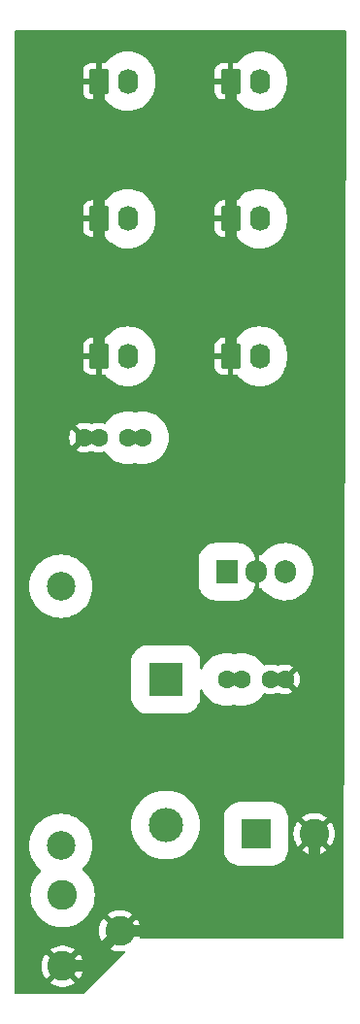
<source format=gbl>
G04 #@! TF.GenerationSoftware,KiCad,Pcbnew,7.0.5*
G04 #@! TF.CreationDate,2024-04-01T13:17:15+02:00*
G04 #@! TF.ProjectId,power,706f7765-722e-46b6-9963-61645f706362,rev?*
G04 #@! TF.SameCoordinates,Original*
G04 #@! TF.FileFunction,Copper,L2,Bot*
G04 #@! TF.FilePolarity,Positive*
%FSLAX46Y46*%
G04 Gerber Fmt 4.6, Leading zero omitted, Abs format (unit mm)*
G04 Created by KiCad (PCBNEW 7.0.5) date 2024-04-01 13:17:15*
%MOMM*%
%LPD*%
G01*
G04 APERTURE LIST*
G04 Aperture macros list*
%AMRoundRect*
0 Rectangle with rounded corners*
0 $1 Rounding radius*
0 $2 $3 $4 $5 $6 $7 $8 $9 X,Y pos of 4 corners*
0 Add a 4 corners polygon primitive as box body*
4,1,4,$2,$3,$4,$5,$6,$7,$8,$9,$2,$3,0*
0 Add four circle primitives for the rounded corners*
1,1,$1+$1,$2,$3*
1,1,$1+$1,$4,$5*
1,1,$1+$1,$6,$7*
1,1,$1+$1,$8,$9*
0 Add four rect primitives between the rounded corners*
20,1,$1+$1,$2,$3,$4,$5,0*
20,1,$1+$1,$4,$5,$6,$7,0*
20,1,$1+$1,$6,$7,$8,$9,0*
20,1,$1+$1,$8,$9,$2,$3,0*%
G04 Aperture macros list end*
G04 #@! TA.AperFunction,ComponentPad*
%ADD10C,2.500000*%
G04 #@! TD*
G04 #@! TA.AperFunction,ComponentPad*
%ADD11R,3.000000X3.000000*%
G04 #@! TD*
G04 #@! TA.AperFunction,ComponentPad*
%ADD12O,3.000000X3.000000*%
G04 #@! TD*
G04 #@! TA.AperFunction,ComponentPad*
%ADD13C,2.600000*%
G04 #@! TD*
G04 #@! TA.AperFunction,ComponentPad*
%ADD14RoundRect,0.250000X-0.620000X-0.845000X0.620000X-0.845000X0.620000X0.845000X-0.620000X0.845000X0*%
G04 #@! TD*
G04 #@! TA.AperFunction,ComponentPad*
%ADD15O,1.740000X2.190000*%
G04 #@! TD*
G04 #@! TA.AperFunction,ComponentPad*
%ADD16R,1.905000X2.000000*%
G04 #@! TD*
G04 #@! TA.AperFunction,ComponentPad*
%ADD17O,1.905000X2.000000*%
G04 #@! TD*
G04 #@! TA.AperFunction,ComponentPad*
%ADD18C,1.600000*%
G04 #@! TD*
G04 #@! TA.AperFunction,ComponentPad*
%ADD19R,2.600000X2.600000*%
G04 #@! TD*
G04 #@! TA.AperFunction,Conductor*
%ADD20C,1.000000*%
G04 #@! TD*
G04 APERTURE END LIST*
D10*
X44704000Y-121666000D03*
X44704000Y-99066000D03*
D11*
X53848000Y-107188000D03*
D12*
X53848000Y-119888000D03*
D13*
X44850000Y-126009000D03*
X49850000Y-129109000D03*
X44850000Y-132209000D03*
D14*
X59500000Y-79000000D03*
D15*
X62040000Y-79000000D03*
D14*
X48000000Y-79000000D03*
D15*
X50540000Y-79000000D03*
D16*
X59182000Y-97790000D03*
D17*
X61722000Y-97790000D03*
X64262000Y-97790000D03*
D14*
X48000000Y-55000000D03*
D15*
X50540000Y-55000000D03*
D18*
X51816000Y-86106000D03*
X50546000Y-86106000D03*
X48006000Y-86106000D03*
X46736000Y-86106000D03*
X59182000Y-107188000D03*
X60452000Y-107188000D03*
X62992000Y-107188000D03*
X64262000Y-107188000D03*
D19*
X61722000Y-120650000D03*
D13*
X66802000Y-120650000D03*
D14*
X48000000Y-67000000D03*
D15*
X50540000Y-67000000D03*
D14*
X59500000Y-55000000D03*
D15*
X62040000Y-55000000D03*
D14*
X59500000Y-67000000D03*
D15*
X62040000Y-67000000D03*
D20*
X60883000Y-129109000D02*
X66802000Y-123190000D01*
X66802000Y-123190000D02*
X66802000Y-120650000D01*
X49850000Y-129109000D02*
X60883000Y-129109000D01*
X46750000Y-132209000D02*
X49850000Y-129109000D01*
X44850000Y-132209000D02*
X46750000Y-132209000D01*
X48000000Y-67000000D02*
X48000000Y-55000000D01*
X48000000Y-79000000D02*
X48000000Y-67000000D01*
X59500000Y-67000000D02*
X59500000Y-55000000D01*
X59500000Y-79000000D02*
X59500000Y-67000000D01*
X59436000Y-79064000D02*
X59500000Y-79000000D01*
G04 #@! TA.AperFunction,Conductor*
G36*
X69538641Y-50565685D02*
G01*
X69584396Y-50618489D01*
X69595601Y-50670397D01*
X69342396Y-129670397D01*
X69322497Y-129737373D01*
X69269547Y-129782959D01*
X69218397Y-129794000D01*
X51695435Y-129794000D01*
X51628396Y-129774315D01*
X51582641Y-129721511D01*
X51572697Y-129652353D01*
X51574544Y-129642408D01*
X51634886Y-129378028D01*
X51634886Y-129378026D01*
X51655047Y-129109004D01*
X51655047Y-129108995D01*
X51634886Y-128839973D01*
X51634886Y-128839971D01*
X51574857Y-128576966D01*
X51574851Y-128576947D01*
X51476290Y-128325818D01*
X51476291Y-128325818D01*
X51341397Y-128092177D01*
X51287704Y-128024847D01*
X50566661Y-128745890D01*
X50479423Y-128607052D01*
X50351948Y-128479577D01*
X50213107Y-128392338D01*
X50935150Y-127670296D01*
X50752517Y-127545779D01*
X50752516Y-127545778D01*
X50509460Y-127428730D01*
X50509462Y-127428730D01*
X50251662Y-127349209D01*
X50251656Y-127349207D01*
X49984898Y-127309000D01*
X49715101Y-127309000D01*
X49448343Y-127349207D01*
X49448337Y-127349209D01*
X49190538Y-127428730D01*
X48947485Y-127545778D01*
X48947476Y-127545783D01*
X48764848Y-127670296D01*
X49486890Y-128392339D01*
X49348052Y-128479577D01*
X49220577Y-128607052D01*
X49133338Y-128745891D01*
X48412295Y-128024848D01*
X48358600Y-128092180D01*
X48223709Y-128325818D01*
X48125148Y-128576947D01*
X48125142Y-128576966D01*
X48065113Y-128839971D01*
X48065113Y-128839973D01*
X48044953Y-129108995D01*
X48044953Y-129109004D01*
X48065113Y-129378026D01*
X48065113Y-129378028D01*
X48125142Y-129641033D01*
X48125148Y-129641052D01*
X48223709Y-129892181D01*
X48223708Y-129892181D01*
X48358602Y-130125822D01*
X48412294Y-130193151D01*
X48412295Y-130193151D01*
X49133338Y-129472108D01*
X49220577Y-129610948D01*
X49348052Y-129738423D01*
X49486890Y-129825661D01*
X48764848Y-130547702D01*
X48947483Y-130672220D01*
X48947485Y-130672221D01*
X49190539Y-130789269D01*
X49190537Y-130789269D01*
X49448337Y-130868790D01*
X49448343Y-130868792D01*
X49715101Y-130908999D01*
X49715110Y-130909000D01*
X49984890Y-130909000D01*
X49984898Y-130908999D01*
X50156389Y-130883151D01*
X50225613Y-130892624D01*
X50278727Y-130938019D01*
X50298867Y-131004923D01*
X50279639Y-131072094D01*
X50262551Y-131093447D01*
X46772319Y-134583681D01*
X46710996Y-134617166D01*
X46684638Y-134620000D01*
X40764000Y-134620000D01*
X40696961Y-134600315D01*
X40651206Y-134547511D01*
X40640000Y-134496000D01*
X40640000Y-132209004D01*
X43044953Y-132209004D01*
X43065113Y-132478026D01*
X43065113Y-132478028D01*
X43125142Y-132741033D01*
X43125148Y-132741052D01*
X43223709Y-132992181D01*
X43223708Y-132992181D01*
X43358602Y-133225822D01*
X43412294Y-133293151D01*
X43412295Y-133293151D01*
X44133338Y-132572108D01*
X44220577Y-132710948D01*
X44348052Y-132838423D01*
X44486890Y-132925661D01*
X43764848Y-133647702D01*
X43947483Y-133772220D01*
X43947485Y-133772221D01*
X44190539Y-133889269D01*
X44190537Y-133889269D01*
X44448337Y-133968790D01*
X44448343Y-133968792D01*
X44715101Y-134008999D01*
X44715110Y-134009000D01*
X44984890Y-134009000D01*
X44984898Y-134008999D01*
X45251656Y-133968792D01*
X45251662Y-133968790D01*
X45509461Y-133889269D01*
X45752521Y-133772218D01*
X45935150Y-133647702D01*
X45213108Y-132925661D01*
X45351948Y-132838423D01*
X45479423Y-132710948D01*
X45566661Y-132572108D01*
X46287703Y-133293151D01*
X46287704Y-133293150D01*
X46341393Y-133225828D01*
X46341400Y-133225817D01*
X46476290Y-132992181D01*
X46574851Y-132741052D01*
X46574857Y-132741033D01*
X46634886Y-132478028D01*
X46634886Y-132478026D01*
X46655047Y-132209004D01*
X46655047Y-132208995D01*
X46634886Y-131939973D01*
X46634886Y-131939971D01*
X46574857Y-131676966D01*
X46574851Y-131676947D01*
X46476290Y-131425818D01*
X46476291Y-131425818D01*
X46341397Y-131192177D01*
X46287704Y-131124847D01*
X45566660Y-131845890D01*
X45479423Y-131707052D01*
X45351948Y-131579577D01*
X45213108Y-131492338D01*
X45935150Y-130770296D01*
X45752517Y-130645779D01*
X45752516Y-130645778D01*
X45509460Y-130528730D01*
X45509462Y-130528730D01*
X45251662Y-130449209D01*
X45251656Y-130449207D01*
X44984898Y-130409000D01*
X44715101Y-130409000D01*
X44448343Y-130449207D01*
X44448337Y-130449209D01*
X44190538Y-130528730D01*
X43947485Y-130645778D01*
X43947476Y-130645783D01*
X43764848Y-130770296D01*
X44486891Y-131492338D01*
X44348052Y-131579577D01*
X44220577Y-131707052D01*
X44133338Y-131845891D01*
X43412295Y-131124848D01*
X43358600Y-131192180D01*
X43223709Y-131425818D01*
X43125148Y-131676947D01*
X43125142Y-131676966D01*
X43065113Y-131939971D01*
X43065113Y-131939973D01*
X43044953Y-132208995D01*
X43044953Y-132209004D01*
X40640000Y-132209004D01*
X40640000Y-121666000D01*
X41948473Y-121666000D01*
X41968563Y-121998136D01*
X41968563Y-121998141D01*
X41968564Y-121998142D01*
X42028544Y-122325441D01*
X42028545Y-122325445D01*
X42028546Y-122325449D01*
X42127530Y-122643104D01*
X42127534Y-122643116D01*
X42127537Y-122643123D01*
X42264102Y-122946557D01*
X42402422Y-123175366D01*
X42436251Y-123231326D01*
X42641460Y-123493255D01*
X42876734Y-123728529D01*
X42876740Y-123728534D01*
X42876748Y-123728542D01*
X42915430Y-123758847D01*
X42929200Y-123769635D01*
X42969833Y-123826475D01*
X42973285Y-123896260D01*
X42938461Y-123956832D01*
X42932439Y-123962231D01*
X42924922Y-123968538D01*
X42790116Y-124111425D01*
X42701057Y-124205823D01*
X42701054Y-124205826D01*
X42701052Y-124205829D01*
X42701045Y-124205837D01*
X42506251Y-124467490D01*
X42343143Y-124750003D01*
X42343137Y-124750016D01*
X42213931Y-125049547D01*
X42120369Y-125362067D01*
X42120367Y-125362075D01*
X42063723Y-125683319D01*
X42063722Y-125683330D01*
X42044754Y-126008996D01*
X42044754Y-126009003D01*
X42063722Y-126334669D01*
X42063723Y-126334680D01*
X42120367Y-126655924D01*
X42120369Y-126655932D01*
X42213931Y-126968452D01*
X42343137Y-127267983D01*
X42343143Y-127267996D01*
X42506251Y-127550509D01*
X42701045Y-127812162D01*
X42701050Y-127812168D01*
X42701057Y-127812177D01*
X42924923Y-128049462D01*
X42924929Y-128049467D01*
X42924930Y-128049468D01*
X42924931Y-128049469D01*
X43174815Y-128259147D01*
X43174818Y-128259149D01*
X43174823Y-128259153D01*
X43447377Y-128438414D01*
X43738899Y-128584822D01*
X44045446Y-128696396D01*
X44045452Y-128696397D01*
X44045454Y-128696398D01*
X44362858Y-128771625D01*
X44362865Y-128771626D01*
X44362874Y-128771628D01*
X44686889Y-128809500D01*
X44686896Y-128809500D01*
X45013104Y-128809500D01*
X45013111Y-128809500D01*
X45337126Y-128771628D01*
X45337135Y-128771625D01*
X45337141Y-128771625D01*
X45593176Y-128710942D01*
X45654554Y-128696396D01*
X45961101Y-128584822D01*
X46252623Y-128438414D01*
X46525177Y-128259153D01*
X46775077Y-128049462D01*
X46998943Y-127812177D01*
X47193749Y-127550508D01*
X47356859Y-127267992D01*
X47486069Y-126968451D01*
X47579630Y-126655934D01*
X47636278Y-126334669D01*
X47655246Y-126009000D01*
X47636278Y-125683331D01*
X47579630Y-125362066D01*
X47486069Y-125049549D01*
X47356859Y-124750008D01*
X47193749Y-124467492D01*
X47193748Y-124467490D01*
X46998954Y-124205837D01*
X46998947Y-124205829D01*
X46998943Y-124205823D01*
X46775077Y-123968538D01*
X46775069Y-123968531D01*
X46775068Y-123968530D01*
X46615664Y-123834774D01*
X46576962Y-123776603D01*
X46575854Y-123706742D01*
X46607686Y-123652107D01*
X46766542Y-123493252D01*
X46971754Y-123231318D01*
X47143898Y-122946557D01*
X47280463Y-122643123D01*
X47379456Y-122325441D01*
X47439436Y-121998142D01*
X47459527Y-121666000D01*
X47439436Y-121333858D01*
X47379456Y-121006559D01*
X47280463Y-120688877D01*
X47143898Y-120385443D01*
X46971754Y-120100682D01*
X46971751Y-120100678D01*
X46971748Y-120100673D01*
X46805131Y-119888003D01*
X50842415Y-119888003D01*
X50862738Y-120236927D01*
X50862739Y-120236938D01*
X50923428Y-120581127D01*
X50923430Y-120581134D01*
X51023674Y-120915972D01*
X51162107Y-121236895D01*
X51162113Y-121236908D01*
X51336870Y-121539597D01*
X51545584Y-121819949D01*
X51545589Y-121819955D01*
X51669463Y-121951253D01*
X51785442Y-122074183D01*
X51951138Y-122213218D01*
X52053186Y-122298847D01*
X52053194Y-122298853D01*
X52345203Y-122490911D01*
X52345207Y-122490913D01*
X52657549Y-122647777D01*
X52985989Y-122767319D01*
X53326086Y-122847923D01*
X53673241Y-122888500D01*
X53673248Y-122888500D01*
X54022752Y-122888500D01*
X54022759Y-122888500D01*
X54369914Y-122847923D01*
X54710011Y-122767319D01*
X55038451Y-122647777D01*
X55350793Y-122490913D01*
X55642811Y-122298849D01*
X55910558Y-122074183D01*
X55949554Y-122032850D01*
X58921500Y-122032850D01*
X58927918Y-122136235D01*
X58927919Y-122136238D01*
X58978950Y-122379615D01*
X58978953Y-122379625D01*
X59069342Y-122611269D01*
X59069344Y-122611273D01*
X59162327Y-122767319D01*
X59196639Y-122824902D01*
X59357348Y-123014649D01*
X59357350Y-123014651D01*
X59547097Y-123175360D01*
X59547103Y-123175363D01*
X59547106Y-123175366D01*
X59760727Y-123302656D01*
X59760730Y-123302657D01*
X59992374Y-123393046D01*
X59992381Y-123393048D01*
X59992386Y-123393050D01*
X60235763Y-123444081D01*
X60339158Y-123450500D01*
X60339169Y-123450500D01*
X63104831Y-123450500D01*
X63104842Y-123450500D01*
X63208237Y-123444081D01*
X63451614Y-123393050D01*
X63451621Y-123393046D01*
X63451625Y-123393046D01*
X63530980Y-123362080D01*
X63683273Y-123302656D01*
X63896894Y-123175366D01*
X63896898Y-123175361D01*
X63896902Y-123175360D01*
X64086649Y-123014651D01*
X64086651Y-123014649D01*
X64247360Y-122824902D01*
X64247361Y-122824898D01*
X64247366Y-122824894D01*
X64374656Y-122611273D01*
X64437586Y-122449999D01*
X64465046Y-122379625D01*
X64465046Y-122379621D01*
X64465050Y-122379614D01*
X64516081Y-122136237D01*
X64522500Y-122032842D01*
X64522500Y-120650004D01*
X64996953Y-120650004D01*
X65017113Y-120919026D01*
X65017113Y-120919028D01*
X65077142Y-121182033D01*
X65077148Y-121182052D01*
X65175709Y-121433181D01*
X65175708Y-121433181D01*
X65310602Y-121666822D01*
X65364294Y-121734151D01*
X66199452Y-120898993D01*
X66209188Y-120928956D01*
X66297186Y-121067619D01*
X66416903Y-121180040D01*
X66551510Y-121254041D01*
X65716848Y-122088702D01*
X65899483Y-122213220D01*
X65899485Y-122213221D01*
X66142539Y-122330269D01*
X66142537Y-122330269D01*
X66400337Y-122409790D01*
X66400343Y-122409792D01*
X66667101Y-122449999D01*
X66667110Y-122450000D01*
X66936890Y-122450000D01*
X66936898Y-122449999D01*
X67203656Y-122409792D01*
X67203662Y-122409790D01*
X67461461Y-122330269D01*
X67704521Y-122213218D01*
X67887150Y-122088702D01*
X67049534Y-121251086D01*
X67117629Y-121224126D01*
X67250492Y-121127595D01*
X67355175Y-121001055D01*
X67403631Y-120898079D01*
X68239703Y-121734151D01*
X68239704Y-121734150D01*
X68293393Y-121666828D01*
X68293400Y-121666817D01*
X68428290Y-121433181D01*
X68526851Y-121182052D01*
X68526857Y-121182033D01*
X68586886Y-120919028D01*
X68586886Y-120919026D01*
X68607047Y-120650004D01*
X68607047Y-120649995D01*
X68586886Y-120380973D01*
X68586886Y-120380971D01*
X68526857Y-120117966D01*
X68526851Y-120117947D01*
X68428290Y-119866818D01*
X68428291Y-119866818D01*
X68293397Y-119633177D01*
X68239704Y-119565847D01*
X67404546Y-120401004D01*
X67394812Y-120371044D01*
X67306814Y-120232381D01*
X67187097Y-120119960D01*
X67052488Y-120045957D01*
X67887150Y-119211296D01*
X67704517Y-119086779D01*
X67704516Y-119086778D01*
X67461460Y-118969730D01*
X67461462Y-118969730D01*
X67203662Y-118890209D01*
X67203656Y-118890207D01*
X66936898Y-118850000D01*
X66667101Y-118850000D01*
X66400343Y-118890207D01*
X66400337Y-118890209D01*
X66142538Y-118969730D01*
X65899485Y-119086778D01*
X65899476Y-119086783D01*
X65716848Y-119211296D01*
X66554464Y-120048913D01*
X66486371Y-120075874D01*
X66353508Y-120172405D01*
X66248825Y-120298945D01*
X66200368Y-120401921D01*
X65364295Y-119565848D01*
X65310600Y-119633180D01*
X65175709Y-119866818D01*
X65077148Y-120117947D01*
X65077142Y-120117966D01*
X65017113Y-120380971D01*
X65017113Y-120380973D01*
X64996953Y-120649995D01*
X64996953Y-120650004D01*
X64522500Y-120650004D01*
X64522500Y-119267158D01*
X64516081Y-119163763D01*
X64465050Y-118920386D01*
X64465048Y-118920381D01*
X64465046Y-118920374D01*
X64374657Y-118688730D01*
X64374656Y-118688727D01*
X64247366Y-118475106D01*
X64247363Y-118475103D01*
X64247360Y-118475097D01*
X64086651Y-118285350D01*
X64086649Y-118285348D01*
X63896902Y-118124639D01*
X63896894Y-118124634D01*
X63683273Y-117997344D01*
X63683271Y-117997343D01*
X63683269Y-117997342D01*
X63451625Y-117906953D01*
X63451615Y-117906950D01*
X63208238Y-117855919D01*
X63208235Y-117855918D01*
X63104850Y-117849500D01*
X63104842Y-117849500D01*
X60339158Y-117849500D01*
X60339149Y-117849500D01*
X60235764Y-117855918D01*
X60235761Y-117855919D01*
X59992384Y-117906950D01*
X59992374Y-117906953D01*
X59760730Y-117997342D01*
X59547097Y-118124639D01*
X59357350Y-118285348D01*
X59357348Y-118285350D01*
X59196639Y-118475097D01*
X59069342Y-118688730D01*
X58978953Y-118920374D01*
X58978950Y-118920384D01*
X58927919Y-119163761D01*
X58927918Y-119163764D01*
X58921500Y-119267149D01*
X58921500Y-122032850D01*
X55949554Y-122032850D01*
X56150412Y-121819953D01*
X56359130Y-121539596D01*
X56533889Y-121236904D01*
X56672326Y-120915971D01*
X56772569Y-120581136D01*
X56782074Y-120527234D01*
X56833260Y-120236938D01*
X56833259Y-120236938D01*
X56833262Y-120236927D01*
X56853585Y-119888000D01*
X56833262Y-119539073D01*
X56833260Y-119539061D01*
X56772571Y-119194872D01*
X56772569Y-119194865D01*
X56741034Y-119089530D01*
X56672326Y-118860029D01*
X56533889Y-118539096D01*
X56359130Y-118236404D01*
X56359129Y-118236402D01*
X56150415Y-117956050D01*
X56150410Y-117956044D01*
X56034433Y-117833117D01*
X55910558Y-117701817D01*
X55762488Y-117577572D01*
X55642813Y-117477152D01*
X55642805Y-117477146D01*
X55350796Y-117285088D01*
X55038458Y-117128226D01*
X55038452Y-117128223D01*
X54710012Y-117008681D01*
X54710009Y-117008680D01*
X54369915Y-116928077D01*
X54326519Y-116923004D01*
X54022759Y-116887500D01*
X53673241Y-116887500D01*
X53369480Y-116923004D01*
X53326085Y-116928077D01*
X53326083Y-116928077D01*
X52985990Y-117008680D01*
X52985987Y-117008681D01*
X52657547Y-117128223D01*
X52657541Y-117128226D01*
X52345203Y-117285088D01*
X52053194Y-117477146D01*
X52053186Y-117477152D01*
X51785442Y-117701817D01*
X51785440Y-117701819D01*
X51545589Y-117956044D01*
X51545584Y-117956050D01*
X51336870Y-118236402D01*
X51162113Y-118539091D01*
X51162107Y-118539104D01*
X51023674Y-118860027D01*
X50923430Y-119194865D01*
X50923428Y-119194872D01*
X50862739Y-119539061D01*
X50862738Y-119539072D01*
X50842415Y-119887996D01*
X50842415Y-119888003D01*
X46805131Y-119888003D01*
X46766539Y-119838744D01*
X46531255Y-119603460D01*
X46269326Y-119398251D01*
X46269318Y-119398246D01*
X45984557Y-119226102D01*
X45681123Y-119089537D01*
X45681116Y-119089534D01*
X45681104Y-119089530D01*
X45363449Y-118990546D01*
X45363445Y-118990545D01*
X45363441Y-118990544D01*
X45036142Y-118930564D01*
X45036141Y-118930563D01*
X45036136Y-118930563D01*
X44704000Y-118910473D01*
X44371863Y-118930563D01*
X44371857Y-118930564D01*
X44371858Y-118930564D01*
X44044559Y-118990544D01*
X44044556Y-118990544D01*
X44044550Y-118990546D01*
X43726895Y-119089530D01*
X43726879Y-119089536D01*
X43726877Y-119089537D01*
X43561959Y-119163761D01*
X43423447Y-119226100D01*
X43423445Y-119226101D01*
X43138673Y-119398251D01*
X42876744Y-119603460D01*
X42641460Y-119838744D01*
X42436251Y-120100673D01*
X42436246Y-120100682D01*
X42264102Y-120385443D01*
X42145033Y-120650004D01*
X42127536Y-120688880D01*
X42127530Y-120688895D01*
X42028546Y-121006550D01*
X42028544Y-121006556D01*
X42028544Y-121006559D01*
X42006363Y-121127595D01*
X41968563Y-121333863D01*
X41948473Y-121666000D01*
X40640000Y-121666000D01*
X40640000Y-108770850D01*
X50847500Y-108770850D01*
X50853918Y-108874235D01*
X50853919Y-108874238D01*
X50904950Y-109117615D01*
X50904953Y-109117625D01*
X50983120Y-109317946D01*
X50995344Y-109349273D01*
X51069494Y-109473713D01*
X51122639Y-109562902D01*
X51283348Y-109752649D01*
X51283350Y-109752651D01*
X51473097Y-109913360D01*
X51473103Y-109913363D01*
X51473106Y-109913366D01*
X51686727Y-110040656D01*
X51686730Y-110040657D01*
X51918374Y-110131046D01*
X51918381Y-110131048D01*
X51918386Y-110131050D01*
X52161763Y-110182081D01*
X52265158Y-110188500D01*
X52265169Y-110188500D01*
X55430831Y-110188500D01*
X55430842Y-110188500D01*
X55534237Y-110182081D01*
X55777614Y-110131050D01*
X55777621Y-110131046D01*
X55777625Y-110131046D01*
X55856980Y-110100080D01*
X56009273Y-110040656D01*
X56222894Y-109913366D01*
X56222898Y-109913361D01*
X56222902Y-109913360D01*
X56412649Y-109752651D01*
X56412651Y-109752649D01*
X56573360Y-109562902D01*
X56573361Y-109562898D01*
X56573366Y-109562894D01*
X56700656Y-109349273D01*
X56791050Y-109117614D01*
X56842081Y-108874237D01*
X56848500Y-108770842D01*
X56848500Y-108189290D01*
X56868185Y-108122251D01*
X56920989Y-108076496D01*
X56990147Y-108066552D01*
X57053703Y-108095577D01*
X57083712Y-108134446D01*
X57185431Y-108340713D01*
X57185435Y-108340720D01*
X57352973Y-108591459D01*
X57551810Y-108818189D01*
X57778540Y-109017026D01*
X58029279Y-109184564D01*
X58029286Y-109184568D01*
X58299731Y-109317937D01*
X58299736Y-109317939D01*
X58299748Y-109317945D01*
X58585309Y-109414880D01*
X58785251Y-109454651D01*
X58881069Y-109473711D01*
X58881070Y-109473711D01*
X58881080Y-109473713D01*
X59182000Y-109493436D01*
X59482920Y-109473713D01*
X59778691Y-109414880D01*
X59778709Y-109414873D01*
X59782621Y-109413827D01*
X59782980Y-109415169D01*
X59846921Y-109412489D01*
X59852490Y-109414124D01*
X59855294Y-109414874D01*
X59855309Y-109414880D01*
X60094529Y-109462464D01*
X60151069Y-109473711D01*
X60151070Y-109473711D01*
X60151080Y-109473713D01*
X60452000Y-109493436D01*
X60752920Y-109473713D01*
X61048691Y-109414880D01*
X61334252Y-109317945D01*
X61604718Y-109184566D01*
X61855461Y-109017025D01*
X62082189Y-108818189D01*
X62281025Y-108591461D01*
X62375069Y-108450713D01*
X62428677Y-108405911D01*
X62498001Y-108397202D01*
X62530576Y-108407225D01*
X62545678Y-108414267D01*
X62545682Y-108414269D01*
X62765389Y-108473139D01*
X62765400Y-108473141D01*
X62991998Y-108492966D01*
X62992002Y-108492966D01*
X63218599Y-108473141D01*
X63218610Y-108473139D01*
X63438317Y-108414269D01*
X63438321Y-108414267D01*
X63574593Y-108350722D01*
X63643671Y-108340230D01*
X63679404Y-108350722D01*
X63815673Y-108414266D01*
X63815682Y-108414269D01*
X64035389Y-108473139D01*
X64035400Y-108473141D01*
X64261998Y-108492966D01*
X64262002Y-108492966D01*
X64488599Y-108473141D01*
X64488610Y-108473139D01*
X64708317Y-108414269D01*
X64708331Y-108414264D01*
X64914478Y-108318136D01*
X64987472Y-108267025D01*
X64306400Y-107585953D01*
X64387148Y-107573165D01*
X64500045Y-107515641D01*
X64589641Y-107426045D01*
X64647165Y-107313148D01*
X64659953Y-107232400D01*
X65341025Y-107913472D01*
X65392136Y-107840478D01*
X65488264Y-107634331D01*
X65488269Y-107634317D01*
X65547139Y-107414610D01*
X65547141Y-107414599D01*
X65566966Y-107188002D01*
X65566966Y-107187997D01*
X65547141Y-106961400D01*
X65547139Y-106961389D01*
X65488269Y-106741682D01*
X65488265Y-106741673D01*
X65392133Y-106535516D01*
X65392131Y-106535512D01*
X65341026Y-106462526D01*
X65341025Y-106462526D01*
X64659953Y-107143598D01*
X64647165Y-107062852D01*
X64589641Y-106949955D01*
X64500045Y-106860359D01*
X64387148Y-106802835D01*
X64306400Y-106790046D01*
X64987472Y-106108974D01*
X64987471Y-106108973D01*
X64914483Y-106057866D01*
X64914481Y-106057865D01*
X64708326Y-105961734D01*
X64708317Y-105961730D01*
X64488610Y-105902860D01*
X64488599Y-105902858D01*
X64262002Y-105883034D01*
X64261998Y-105883034D01*
X64035400Y-105902858D01*
X64035389Y-105902860D01*
X63815682Y-105961730D01*
X63815677Y-105961732D01*
X63679403Y-106025277D01*
X63610325Y-106035768D01*
X63574595Y-106025276D01*
X63438331Y-105961735D01*
X63438317Y-105961730D01*
X63218610Y-105902860D01*
X63218599Y-105902858D01*
X62992002Y-105883034D01*
X62991998Y-105883034D01*
X62765400Y-105902858D01*
X62765389Y-105902860D01*
X62545677Y-105961732D01*
X62530567Y-105968777D01*
X62461489Y-105979265D01*
X62397707Y-105950742D01*
X62375067Y-105925283D01*
X62281025Y-105784539D01*
X62237461Y-105734864D01*
X62082189Y-105557810D01*
X61855459Y-105358973D01*
X61604720Y-105191435D01*
X61604713Y-105191431D01*
X61334268Y-105058062D01*
X61334247Y-105058053D01*
X61048698Y-104961122D01*
X61048692Y-104961120D01*
X61048691Y-104961120D01*
X61048689Y-104961119D01*
X61048683Y-104961118D01*
X60752930Y-104902288D01*
X60752921Y-104902287D01*
X60752920Y-104902287D01*
X60452000Y-104882564D01*
X60151080Y-104902287D01*
X60151079Y-104902287D01*
X60151069Y-104902288D01*
X59855319Y-104961117D01*
X59851389Y-104962171D01*
X59851032Y-104960841D01*
X59787030Y-104963499D01*
X59781451Y-104961860D01*
X59778680Y-104961117D01*
X59482930Y-104902288D01*
X59482921Y-104902287D01*
X59482920Y-104902287D01*
X59182000Y-104882564D01*
X58881080Y-104902287D01*
X58881079Y-104902287D01*
X58881069Y-104902288D01*
X58585316Y-104961118D01*
X58585301Y-104961122D01*
X58299752Y-105058053D01*
X58299731Y-105058062D01*
X58029286Y-105191431D01*
X58029279Y-105191435D01*
X57778540Y-105358973D01*
X57551810Y-105557810D01*
X57352973Y-105784540D01*
X57185435Y-106035279D01*
X57185431Y-106035286D01*
X57083712Y-106241553D01*
X57036407Y-106292972D01*
X56968811Y-106310654D01*
X56902387Y-106288984D01*
X56858223Y-106234842D01*
X56848500Y-106186709D01*
X56848500Y-105605168D01*
X56848500Y-105605158D01*
X56842081Y-105501763D01*
X56791050Y-105258386D01*
X56791048Y-105258381D01*
X56791046Y-105258374D01*
X56700657Y-105026730D01*
X56700656Y-105026727D01*
X56573366Y-104813106D01*
X56573363Y-104813103D01*
X56573360Y-104813097D01*
X56412651Y-104623350D01*
X56412649Y-104623348D01*
X56222902Y-104462639D01*
X56222894Y-104462634D01*
X56009273Y-104335344D01*
X56009271Y-104335343D01*
X56009269Y-104335342D01*
X55777625Y-104244953D01*
X55777615Y-104244950D01*
X55534238Y-104193919D01*
X55534235Y-104193918D01*
X55430850Y-104187500D01*
X55430842Y-104187500D01*
X52265158Y-104187500D01*
X52265149Y-104187500D01*
X52161764Y-104193918D01*
X52161761Y-104193919D01*
X51918384Y-104244950D01*
X51918374Y-104244953D01*
X51686730Y-104335342D01*
X51473097Y-104462639D01*
X51283350Y-104623348D01*
X51283348Y-104623350D01*
X51122639Y-104813097D01*
X50995342Y-105026730D01*
X50904953Y-105258374D01*
X50904950Y-105258384D01*
X50853919Y-105501761D01*
X50853918Y-105501764D01*
X50847500Y-105605149D01*
X50847500Y-108770850D01*
X40640000Y-108770850D01*
X40640000Y-99066000D01*
X41948473Y-99066000D01*
X41968563Y-99398136D01*
X41968563Y-99398141D01*
X41968564Y-99398142D01*
X42028544Y-99725441D01*
X42028545Y-99725445D01*
X42028546Y-99725449D01*
X42127530Y-100043104D01*
X42127534Y-100043116D01*
X42127537Y-100043123D01*
X42264102Y-100346557D01*
X42436246Y-100631318D01*
X42436251Y-100631326D01*
X42641460Y-100893255D01*
X42876744Y-101128539D01*
X43138673Y-101333748D01*
X43138678Y-101333751D01*
X43138682Y-101333754D01*
X43423443Y-101505898D01*
X43726877Y-101642463D01*
X43726890Y-101642467D01*
X43726895Y-101642469D01*
X43938664Y-101708458D01*
X44044559Y-101741456D01*
X44371858Y-101801436D01*
X44704000Y-101821527D01*
X45036142Y-101801436D01*
X45363441Y-101741456D01*
X45681123Y-101642463D01*
X45984557Y-101505898D01*
X46269318Y-101333754D01*
X46531252Y-101128542D01*
X46766542Y-100893252D01*
X46971754Y-100631318D01*
X47143898Y-100346557D01*
X47280463Y-100043123D01*
X47379456Y-99725441D01*
X47439436Y-99398142D01*
X47459527Y-99066000D01*
X47447844Y-98872850D01*
X56729000Y-98872850D01*
X56735418Y-98976235D01*
X56735419Y-98976238D01*
X56786450Y-99219615D01*
X56786453Y-99219625D01*
X56876842Y-99451269D01*
X56876844Y-99451273D01*
X56934198Y-99547526D01*
X57004139Y-99664902D01*
X57164848Y-99854649D01*
X57164850Y-99854651D01*
X57354597Y-100015360D01*
X57354603Y-100015363D01*
X57354606Y-100015366D01*
X57568227Y-100142656D01*
X57614558Y-100160734D01*
X57799874Y-100233046D01*
X57799881Y-100233048D01*
X57799886Y-100233050D01*
X58043263Y-100284081D01*
X58146658Y-100290500D01*
X58146669Y-100290500D01*
X60217331Y-100290500D01*
X60217342Y-100290500D01*
X60320737Y-100284081D01*
X60564114Y-100233050D01*
X60564121Y-100233046D01*
X60564125Y-100233046D01*
X60664308Y-100193954D01*
X60795773Y-100142656D01*
X61009394Y-100015366D01*
X61009398Y-100015361D01*
X61009402Y-100015360D01*
X61199149Y-99854651D01*
X61199151Y-99854649D01*
X61359860Y-99664902D01*
X61359861Y-99664898D01*
X61359866Y-99664894D01*
X61487156Y-99451273D01*
X61572456Y-99232669D01*
X61577546Y-99219625D01*
X61577546Y-99219621D01*
X61577550Y-99219614D01*
X61628581Y-98976237D01*
X61635000Y-98872842D01*
X61634999Y-98466070D01*
X61654685Y-98399032D01*
X61707489Y-98353277D01*
X61776647Y-98343333D01*
X61840203Y-98372358D01*
X61877977Y-98431136D01*
X61880713Y-98442368D01*
X61884339Y-98460990D01*
X61884340Y-98460994D01*
X61884341Y-98460996D01*
X61965683Y-98705987D01*
X61972000Y-98745058D01*
X61972000Y-99268365D01*
X62079784Y-99250381D01*
X62131375Y-99232669D01*
X62201174Y-99229518D01*
X62261596Y-99264604D01*
X62275563Y-99282303D01*
X62292085Y-99307686D01*
X62369086Y-99398136D01*
X62496262Y-99547523D01*
X62496265Y-99547526D01*
X62729423Y-99759275D01*
X62729429Y-99759279D01*
X62729431Y-99759281D01*
X62987765Y-99939484D01*
X63267022Y-100085172D01*
X63562617Y-100193954D01*
X63869695Y-100264042D01*
X64183216Y-100294287D01*
X64498029Y-100284192D01*
X64808968Y-100233922D01*
X65110925Y-100144302D01*
X65114644Y-100142656D01*
X65155343Y-100124639D01*
X65398942Y-100016805D01*
X65668291Y-99853524D01*
X65914549Y-99657140D01*
X66133672Y-99430878D01*
X66322062Y-99178452D01*
X66476627Y-98904008D01*
X66594826Y-98612052D01*
X66674721Y-98307377D01*
X66715000Y-97994988D01*
X66715000Y-97663844D01*
X66699869Y-97428172D01*
X66639659Y-97119004D01*
X66540408Y-96820075D01*
X66403745Y-96536292D01*
X66373310Y-96489536D01*
X66231917Y-96272316D01*
X66231915Y-96272314D01*
X66231914Y-96272314D01*
X66027739Y-96032478D01*
X66027737Y-96032476D01*
X66027734Y-96032473D01*
X65794576Y-95820724D01*
X65536232Y-95640514D01*
X65256984Y-95494831D01*
X65256971Y-95494825D01*
X64961387Y-95386047D01*
X64961384Y-95386046D01*
X64961383Y-95386046D01*
X64859023Y-95362683D01*
X64654307Y-95315958D01*
X64340779Y-95285712D01*
X64025978Y-95295807D01*
X64025972Y-95295807D01*
X64025971Y-95295808D01*
X63901336Y-95315958D01*
X63715032Y-95346078D01*
X63413067Y-95435700D01*
X63125065Y-95563191D01*
X63125059Y-95563194D01*
X63125058Y-95563195D01*
X63122676Y-95564639D01*
X62855709Y-95726476D01*
X62855702Y-95726481D01*
X62609452Y-95922858D01*
X62390326Y-96149123D01*
X62273852Y-96305188D01*
X62217980Y-96347141D01*
X62148295Y-96352226D01*
X62134215Y-96348303D01*
X62079793Y-96329620D01*
X61972000Y-96311633D01*
X61971999Y-96311633D01*
X61971999Y-96838016D01*
X61962938Y-96884547D01*
X61929174Y-96967947D01*
X61929174Y-96967948D01*
X61889564Y-97119001D01*
X61878945Y-97159495D01*
X61842899Y-97219349D01*
X61799739Y-97240600D01*
X61797596Y-97240000D01*
X61707994Y-97240000D01*
X61656682Y-97198093D01*
X61635053Y-97131655D01*
X61635000Y-97128042D01*
X61635000Y-96707168D01*
X61635000Y-96707158D01*
X61628581Y-96603763D01*
X61577550Y-96360386D01*
X61577548Y-96360381D01*
X61577546Y-96360374D01*
X61505234Y-96175058D01*
X61487156Y-96128727D01*
X61359866Y-95915106D01*
X61359863Y-95915103D01*
X61359860Y-95915097D01*
X61199151Y-95725350D01*
X61199149Y-95725348D01*
X61009402Y-95564639D01*
X61006972Y-95563191D01*
X60795773Y-95437344D01*
X60795771Y-95437343D01*
X60795769Y-95437342D01*
X60564125Y-95346953D01*
X60564115Y-95346950D01*
X60320738Y-95295919D01*
X60320735Y-95295918D01*
X60217350Y-95289500D01*
X60217342Y-95289500D01*
X58146658Y-95289500D01*
X58146649Y-95289500D01*
X58043264Y-95295918D01*
X58043261Y-95295919D01*
X57799884Y-95346950D01*
X57799874Y-95346953D01*
X57568230Y-95437342D01*
X57354597Y-95564639D01*
X57164850Y-95725348D01*
X57164848Y-95725350D01*
X57004139Y-95915097D01*
X56876842Y-96128730D01*
X56786453Y-96360374D01*
X56786450Y-96360384D01*
X56735419Y-96603761D01*
X56735418Y-96603764D01*
X56729000Y-96707149D01*
X56729000Y-98872850D01*
X47447844Y-98872850D01*
X47439436Y-98733858D01*
X47379456Y-98406559D01*
X47335142Y-98264349D01*
X47280469Y-98088895D01*
X47280467Y-98088890D01*
X47280463Y-98088877D01*
X47143898Y-97785443D01*
X46971754Y-97500682D01*
X46971751Y-97500678D01*
X46971748Y-97500673D01*
X46766539Y-97238744D01*
X46531255Y-97003460D01*
X46269326Y-96798251D01*
X46269318Y-96798246D01*
X45984557Y-96626102D01*
X45681123Y-96489537D01*
X45681116Y-96489534D01*
X45681104Y-96489530D01*
X45363449Y-96390546D01*
X45363445Y-96390545D01*
X45363441Y-96390544D01*
X45036142Y-96330564D01*
X45036141Y-96330563D01*
X45036136Y-96330563D01*
X44704000Y-96310473D01*
X44371863Y-96330563D01*
X44371857Y-96330564D01*
X44371858Y-96330564D01*
X44044559Y-96390544D01*
X44044556Y-96390544D01*
X44044550Y-96390546D01*
X43726895Y-96489530D01*
X43726879Y-96489536D01*
X43726877Y-96489537D01*
X43622999Y-96536289D01*
X43423447Y-96626100D01*
X43423445Y-96626101D01*
X43138673Y-96798251D01*
X42876744Y-97003460D01*
X42641460Y-97238744D01*
X42436251Y-97500673D01*
X42264101Y-97785445D01*
X42264100Y-97785447D01*
X42127536Y-98088880D01*
X42127530Y-98088895D01*
X42028546Y-98406550D01*
X41968563Y-98733863D01*
X41948473Y-99066000D01*
X40640000Y-99066000D01*
X40640000Y-86106002D01*
X45431034Y-86106002D01*
X45450858Y-86332599D01*
X45450860Y-86332610D01*
X45509730Y-86552317D01*
X45509734Y-86552326D01*
X45605865Y-86758481D01*
X45605866Y-86758483D01*
X45656973Y-86831471D01*
X45656974Y-86831472D01*
X46338046Y-86150399D01*
X46350835Y-86231148D01*
X46408359Y-86344045D01*
X46497955Y-86433641D01*
X46610852Y-86491165D01*
X46691597Y-86503953D01*
X46010526Y-87185025D01*
X46010526Y-87185026D01*
X46083512Y-87236131D01*
X46083516Y-87236133D01*
X46289673Y-87332265D01*
X46289682Y-87332269D01*
X46509389Y-87391139D01*
X46509400Y-87391141D01*
X46735998Y-87410966D01*
X46736002Y-87410966D01*
X46962599Y-87391141D01*
X46962610Y-87391139D01*
X47182317Y-87332269D01*
X47182321Y-87332267D01*
X47318593Y-87268722D01*
X47387671Y-87258230D01*
X47423404Y-87268722D01*
X47559673Y-87332266D01*
X47559682Y-87332269D01*
X47779389Y-87391139D01*
X47779400Y-87391141D01*
X48005998Y-87410966D01*
X48006002Y-87410966D01*
X48232599Y-87391141D01*
X48232610Y-87391139D01*
X48452317Y-87332269D01*
X48452326Y-87332266D01*
X48467423Y-87325226D01*
X48536500Y-87314733D01*
X48600284Y-87343251D01*
X48622932Y-87368716D01*
X48716976Y-87509462D01*
X48915810Y-87736189D01*
X49142540Y-87935026D01*
X49393279Y-88102564D01*
X49393286Y-88102568D01*
X49663731Y-88235937D01*
X49663736Y-88235939D01*
X49663748Y-88235945D01*
X49949309Y-88332880D01*
X50149251Y-88372651D01*
X50245069Y-88391711D01*
X50245070Y-88391711D01*
X50245080Y-88391713D01*
X50546000Y-88411436D01*
X50846920Y-88391713D01*
X51142691Y-88332880D01*
X51142709Y-88332873D01*
X51146621Y-88331827D01*
X51146980Y-88333169D01*
X51210921Y-88330489D01*
X51216490Y-88332124D01*
X51219294Y-88332874D01*
X51219309Y-88332880D01*
X51458529Y-88380464D01*
X51515069Y-88391711D01*
X51515070Y-88391711D01*
X51515080Y-88391713D01*
X51816000Y-88411436D01*
X52116920Y-88391713D01*
X52412691Y-88332880D01*
X52698252Y-88235945D01*
X52968718Y-88102566D01*
X53219461Y-87935025D01*
X53446189Y-87736189D01*
X53645025Y-87509461D01*
X53812566Y-87258718D01*
X53945945Y-86988252D01*
X54042880Y-86702691D01*
X54101713Y-86406920D01*
X54121436Y-86106000D01*
X54101713Y-85805080D01*
X54084955Y-85720835D01*
X54072791Y-85659682D01*
X54042880Y-85509309D01*
X53945945Y-85223748D01*
X53812566Y-84953282D01*
X53769005Y-84888088D01*
X53645026Y-84702540D01*
X53446189Y-84475810D01*
X53219459Y-84276973D01*
X52968720Y-84109435D01*
X52968713Y-84109431D01*
X52698268Y-83976062D01*
X52698247Y-83976053D01*
X52412698Y-83879122D01*
X52412692Y-83879120D01*
X52412691Y-83879120D01*
X52412689Y-83879119D01*
X52412683Y-83879118D01*
X52116930Y-83820288D01*
X52116921Y-83820287D01*
X52116920Y-83820287D01*
X51816000Y-83800564D01*
X51815999Y-83800564D01*
X51665540Y-83810425D01*
X51515080Y-83820287D01*
X51515079Y-83820287D01*
X51515069Y-83820288D01*
X51219319Y-83879117D01*
X51215389Y-83880171D01*
X51215031Y-83878837D01*
X51151047Y-83881503D01*
X51145467Y-83879864D01*
X51142680Y-83879117D01*
X50846930Y-83820288D01*
X50846921Y-83820287D01*
X50846920Y-83820287D01*
X50546000Y-83800564D01*
X50545999Y-83800564D01*
X50395540Y-83810425D01*
X50245080Y-83820287D01*
X50245079Y-83820287D01*
X50245069Y-83820288D01*
X49949316Y-83879118D01*
X49949301Y-83879122D01*
X49663752Y-83976053D01*
X49663731Y-83976062D01*
X49393286Y-84109431D01*
X49393279Y-84109435D01*
X49142540Y-84276973D01*
X48915810Y-84475810D01*
X48716975Y-84702539D01*
X48716970Y-84702545D01*
X48622932Y-84843283D01*
X48569320Y-84888088D01*
X48499995Y-84896795D01*
X48467427Y-84886775D01*
X48452327Y-84879734D01*
X48452317Y-84879730D01*
X48232610Y-84820860D01*
X48232599Y-84820858D01*
X48006002Y-84801034D01*
X48005998Y-84801034D01*
X47779400Y-84820858D01*
X47779389Y-84820860D01*
X47559682Y-84879730D01*
X47559677Y-84879732D01*
X47423403Y-84943277D01*
X47354325Y-84953768D01*
X47318595Y-84943276D01*
X47182331Y-84879735D01*
X47182317Y-84879730D01*
X46962610Y-84820860D01*
X46962599Y-84820858D01*
X46736002Y-84801034D01*
X46735998Y-84801034D01*
X46509400Y-84820858D01*
X46509389Y-84820860D01*
X46289682Y-84879730D01*
X46289673Y-84879734D01*
X46083513Y-84975868D01*
X46010526Y-85026973D01*
X46691599Y-85708046D01*
X46610852Y-85720835D01*
X46497955Y-85778359D01*
X46408359Y-85867955D01*
X46350835Y-85980852D01*
X46338046Y-86061599D01*
X45656973Y-85380526D01*
X45656972Y-85380527D01*
X45605868Y-85453513D01*
X45509734Y-85659673D01*
X45509730Y-85659682D01*
X45450860Y-85879389D01*
X45450858Y-85879400D01*
X45431034Y-86105997D01*
X45431034Y-86106002D01*
X40640000Y-86106002D01*
X40640000Y-78750000D01*
X46630000Y-78750000D01*
X47459530Y-78750000D01*
X47420315Y-78844674D01*
X47399866Y-79000000D01*
X47420315Y-79155326D01*
X47459530Y-79250000D01*
X46630001Y-79250000D01*
X46630001Y-79894986D01*
X46640494Y-79997697D01*
X46695641Y-80164119D01*
X46695643Y-80164124D01*
X46787684Y-80313345D01*
X46911654Y-80437315D01*
X47060875Y-80529356D01*
X47060880Y-80529358D01*
X47227302Y-80584505D01*
X47227309Y-80584506D01*
X47330019Y-80594999D01*
X47749999Y-80594999D01*
X47750000Y-80594998D01*
X47750000Y-79540469D01*
X47844674Y-79579685D01*
X47961003Y-79595000D01*
X48038997Y-79595000D01*
X48155326Y-79579685D01*
X48190695Y-79565034D01*
X48245359Y-79839847D01*
X48245777Y-79841404D01*
X48245986Y-79842999D01*
X48246152Y-79843829D01*
X48246097Y-79843839D01*
X48250000Y-79873489D01*
X48250000Y-80594999D01*
X48538149Y-80594999D01*
X48605188Y-80614684D01*
X48641251Y-80650108D01*
X48655322Y-80671166D01*
X48860206Y-80904793D01*
X49042646Y-81064787D01*
X49093835Y-81109679D01*
X49352207Y-81282318D01*
X49630903Y-81419755D01*
X49925153Y-81519640D01*
X50131181Y-81560621D01*
X50229913Y-81580261D01*
X50229914Y-81580261D01*
X50229924Y-81580263D01*
X50540000Y-81600586D01*
X50850076Y-81580263D01*
X51154847Y-81519640D01*
X51449097Y-81419755D01*
X51727793Y-81282318D01*
X51986165Y-81109679D01*
X52219793Y-80904793D01*
X52424679Y-80671165D01*
X52597318Y-80412793D01*
X52734755Y-80134097D01*
X52834640Y-79839847D01*
X52895263Y-79535076D01*
X52910500Y-79302599D01*
X52910500Y-78750000D01*
X58130000Y-78750000D01*
X58959530Y-78750000D01*
X58920315Y-78844674D01*
X58899866Y-79000000D01*
X58920315Y-79155326D01*
X58959530Y-79250000D01*
X58130001Y-79250000D01*
X58130001Y-79894986D01*
X58140494Y-79997697D01*
X58195641Y-80164119D01*
X58195643Y-80164124D01*
X58287684Y-80313345D01*
X58411654Y-80437315D01*
X58560875Y-80529356D01*
X58560880Y-80529358D01*
X58727302Y-80584505D01*
X58727309Y-80584506D01*
X58830019Y-80594999D01*
X59249999Y-80594999D01*
X59250000Y-80594998D01*
X59250000Y-79540469D01*
X59344674Y-79579685D01*
X59461003Y-79595000D01*
X59538997Y-79595000D01*
X59655326Y-79579685D01*
X59690695Y-79565034D01*
X59745359Y-79839847D01*
X59745777Y-79841404D01*
X59745986Y-79842999D01*
X59746152Y-79843829D01*
X59746097Y-79843839D01*
X59750000Y-79873489D01*
X59749999Y-80594999D01*
X60038149Y-80594999D01*
X60105188Y-80614684D01*
X60141251Y-80650108D01*
X60155322Y-80671166D01*
X60360206Y-80904793D01*
X60542646Y-81064787D01*
X60593835Y-81109679D01*
X60852207Y-81282318D01*
X61130903Y-81419755D01*
X61425153Y-81519640D01*
X61631181Y-81560621D01*
X61729913Y-81580261D01*
X61729914Y-81580261D01*
X61729924Y-81580263D01*
X62040000Y-81600586D01*
X62350076Y-81580263D01*
X62654847Y-81519640D01*
X62949097Y-81419755D01*
X63227793Y-81282318D01*
X63486165Y-81109679D01*
X63719793Y-80904793D01*
X63924679Y-80671165D01*
X64097318Y-80412793D01*
X64234755Y-80134097D01*
X64334640Y-79839847D01*
X64395263Y-79535076D01*
X64410500Y-79302599D01*
X64410500Y-78697401D01*
X64395263Y-78464924D01*
X64334640Y-78160153D01*
X64234755Y-77865903D01*
X64097318Y-77587207D01*
X63924679Y-77328835D01*
X63879787Y-77277646D01*
X63719793Y-77095206D01*
X63486166Y-76890322D01*
X63227798Y-76717685D01*
X63227795Y-76717683D01*
X63227793Y-76717682D01*
X63227785Y-76717678D01*
X62949100Y-76580246D01*
X62654854Y-76480362D01*
X62654848Y-76480360D01*
X62654847Y-76480360D01*
X62654845Y-76480359D01*
X62654839Y-76480358D01*
X62350086Y-76419738D01*
X62350077Y-76419737D01*
X62350076Y-76419737D01*
X62040000Y-76399414D01*
X62039999Y-76399414D01*
X61884961Y-76409575D01*
X61729924Y-76419737D01*
X61729923Y-76419737D01*
X61729913Y-76419738D01*
X61425160Y-76480358D01*
X61425145Y-76480362D01*
X61130899Y-76580246D01*
X60852214Y-76717678D01*
X60852201Y-76717685D01*
X60593833Y-76890322D01*
X60360206Y-77095206D01*
X60155323Y-77328831D01*
X60147450Y-77340613D01*
X60141251Y-77349891D01*
X60087641Y-77394695D01*
X60038150Y-77405000D01*
X59750000Y-77405000D01*
X59750000Y-78126511D01*
X59746097Y-78156160D01*
X59746152Y-78156171D01*
X59745986Y-78157000D01*
X59745777Y-78158596D01*
X59745359Y-78160152D01*
X59690694Y-78434965D01*
X59655326Y-78420315D01*
X59538997Y-78405000D01*
X59461003Y-78405000D01*
X59344674Y-78420315D01*
X59249999Y-78459530D01*
X59249999Y-77405000D01*
X58830028Y-77405000D01*
X58830012Y-77405001D01*
X58727302Y-77415494D01*
X58560880Y-77470641D01*
X58560875Y-77470643D01*
X58411654Y-77562684D01*
X58287684Y-77686654D01*
X58195643Y-77835875D01*
X58195641Y-77835880D01*
X58140494Y-78002302D01*
X58140493Y-78002309D01*
X58130000Y-78105013D01*
X58130000Y-78750000D01*
X52910500Y-78750000D01*
X52910500Y-78697401D01*
X52895263Y-78464924D01*
X52834640Y-78160153D01*
X52734755Y-77865903D01*
X52597318Y-77587207D01*
X52424679Y-77328835D01*
X52379787Y-77277646D01*
X52219793Y-77095206D01*
X51986166Y-76890322D01*
X51727798Y-76717685D01*
X51727795Y-76717683D01*
X51727793Y-76717682D01*
X51727785Y-76717678D01*
X51449100Y-76580246D01*
X51154854Y-76480362D01*
X51154848Y-76480360D01*
X51154847Y-76480360D01*
X51154845Y-76480359D01*
X51154839Y-76480358D01*
X50850086Y-76419738D01*
X50850077Y-76419737D01*
X50850076Y-76419737D01*
X50540000Y-76399414D01*
X50229924Y-76419737D01*
X50229923Y-76419737D01*
X50229913Y-76419738D01*
X49925160Y-76480358D01*
X49925145Y-76480362D01*
X49630899Y-76580246D01*
X49352214Y-76717678D01*
X49352201Y-76717685D01*
X49093833Y-76890322D01*
X48860206Y-77095206D01*
X48655323Y-77328831D01*
X48647450Y-77340613D01*
X48641251Y-77349891D01*
X48587641Y-77394695D01*
X48538150Y-77405000D01*
X48250000Y-77405000D01*
X48250000Y-78126511D01*
X48246097Y-78156160D01*
X48246152Y-78156171D01*
X48245986Y-78157000D01*
X48245777Y-78158596D01*
X48245359Y-78160152D01*
X48190694Y-78434965D01*
X48155326Y-78420315D01*
X48038997Y-78405000D01*
X47961003Y-78405000D01*
X47844674Y-78420315D01*
X47749999Y-78459530D01*
X47750000Y-77405000D01*
X47330028Y-77405000D01*
X47330012Y-77405001D01*
X47227302Y-77415494D01*
X47060880Y-77470641D01*
X47060875Y-77470643D01*
X46911654Y-77562684D01*
X46787684Y-77686654D01*
X46695643Y-77835875D01*
X46695641Y-77835880D01*
X46640494Y-78002302D01*
X46640493Y-78002309D01*
X46630000Y-78105013D01*
X46630000Y-78750000D01*
X40640000Y-78750000D01*
X40640000Y-66750000D01*
X46630000Y-66750000D01*
X47459530Y-66750000D01*
X47420315Y-66844674D01*
X47399866Y-67000000D01*
X47420315Y-67155326D01*
X47459530Y-67250000D01*
X46630001Y-67250000D01*
X46630001Y-67894986D01*
X46640494Y-67997697D01*
X46695641Y-68164119D01*
X46695643Y-68164124D01*
X46787684Y-68313345D01*
X46911654Y-68437315D01*
X47060875Y-68529356D01*
X47060880Y-68529358D01*
X47227302Y-68584505D01*
X47227309Y-68584506D01*
X47330019Y-68594999D01*
X47749999Y-68594999D01*
X47750000Y-68594998D01*
X47750000Y-67540469D01*
X47844674Y-67579685D01*
X47961003Y-67595000D01*
X48038997Y-67595000D01*
X48155326Y-67579685D01*
X48190695Y-67565034D01*
X48245359Y-67839847D01*
X48245777Y-67841404D01*
X48245986Y-67842999D01*
X48246152Y-67843829D01*
X48246097Y-67843839D01*
X48250000Y-67873489D01*
X48250000Y-68594999D01*
X48538149Y-68594999D01*
X48605188Y-68614684D01*
X48641251Y-68650108D01*
X48655322Y-68671166D01*
X48860206Y-68904793D01*
X49042646Y-69064787D01*
X49093835Y-69109679D01*
X49352207Y-69282318D01*
X49630903Y-69419755D01*
X49925153Y-69519640D01*
X50131181Y-69560621D01*
X50229913Y-69580261D01*
X50229914Y-69580261D01*
X50229924Y-69580263D01*
X50540000Y-69600586D01*
X50850076Y-69580263D01*
X51154847Y-69519640D01*
X51449097Y-69419755D01*
X51727793Y-69282318D01*
X51986165Y-69109679D01*
X52219793Y-68904793D01*
X52424679Y-68671165D01*
X52597318Y-68412793D01*
X52734755Y-68134097D01*
X52834640Y-67839847D01*
X52895263Y-67535076D01*
X52910500Y-67302599D01*
X52910500Y-66750000D01*
X58130000Y-66750000D01*
X58959530Y-66750000D01*
X58920315Y-66844674D01*
X58899866Y-67000000D01*
X58920315Y-67155326D01*
X58959530Y-67250000D01*
X58130001Y-67250000D01*
X58130001Y-67894986D01*
X58140494Y-67997697D01*
X58195641Y-68164119D01*
X58195643Y-68164124D01*
X58287684Y-68313345D01*
X58411654Y-68437315D01*
X58560875Y-68529356D01*
X58560880Y-68529358D01*
X58727302Y-68584505D01*
X58727309Y-68584506D01*
X58830019Y-68594999D01*
X59249999Y-68594999D01*
X59250000Y-68594998D01*
X59250000Y-67540469D01*
X59344674Y-67579685D01*
X59461003Y-67595000D01*
X59538997Y-67595000D01*
X59655326Y-67579685D01*
X59690695Y-67565034D01*
X59745359Y-67839847D01*
X59745777Y-67841404D01*
X59745986Y-67842999D01*
X59746152Y-67843829D01*
X59746097Y-67843839D01*
X59750000Y-67873489D01*
X59749999Y-68594999D01*
X60038149Y-68594999D01*
X60105188Y-68614684D01*
X60141251Y-68650108D01*
X60155322Y-68671166D01*
X60360206Y-68904793D01*
X60542646Y-69064787D01*
X60593835Y-69109679D01*
X60852207Y-69282318D01*
X61130903Y-69419755D01*
X61425153Y-69519640D01*
X61631181Y-69560621D01*
X61729913Y-69580261D01*
X61729914Y-69580261D01*
X61729924Y-69580263D01*
X62040000Y-69600586D01*
X62350076Y-69580263D01*
X62654847Y-69519640D01*
X62949097Y-69419755D01*
X63227793Y-69282318D01*
X63486165Y-69109679D01*
X63719793Y-68904793D01*
X63924679Y-68671165D01*
X64097318Y-68412793D01*
X64234755Y-68134097D01*
X64334640Y-67839847D01*
X64395263Y-67535076D01*
X64410500Y-67302599D01*
X64410500Y-66697401D01*
X64395263Y-66464924D01*
X64334640Y-66160153D01*
X64234755Y-65865903D01*
X64097318Y-65587207D01*
X63924679Y-65328835D01*
X63879787Y-65277646D01*
X63719793Y-65095206D01*
X63486166Y-64890322D01*
X63227798Y-64717685D01*
X63227795Y-64717683D01*
X63227793Y-64717682D01*
X63227785Y-64717678D01*
X62949100Y-64580246D01*
X62654854Y-64480362D01*
X62654848Y-64480360D01*
X62654847Y-64480360D01*
X62654845Y-64480359D01*
X62654839Y-64480358D01*
X62350086Y-64419738D01*
X62350077Y-64419737D01*
X62350076Y-64419737D01*
X62040000Y-64399414D01*
X62039999Y-64399414D01*
X61884961Y-64409575D01*
X61729924Y-64419737D01*
X61729923Y-64419737D01*
X61729913Y-64419738D01*
X61425160Y-64480358D01*
X61425145Y-64480362D01*
X61130899Y-64580246D01*
X60852214Y-64717678D01*
X60852201Y-64717685D01*
X60593833Y-64890322D01*
X60360206Y-65095206D01*
X60155323Y-65328831D01*
X60147450Y-65340613D01*
X60141251Y-65349891D01*
X60087641Y-65394695D01*
X60038150Y-65405000D01*
X59750000Y-65405000D01*
X59750000Y-66126511D01*
X59746097Y-66156160D01*
X59746152Y-66156171D01*
X59745986Y-66157000D01*
X59745777Y-66158596D01*
X59745359Y-66160152D01*
X59690694Y-66434965D01*
X59655326Y-66420315D01*
X59538997Y-66405000D01*
X59461003Y-66405000D01*
X59344674Y-66420315D01*
X59249999Y-66459530D01*
X59249999Y-65405000D01*
X58830028Y-65405000D01*
X58830012Y-65405001D01*
X58727302Y-65415494D01*
X58560880Y-65470641D01*
X58560875Y-65470643D01*
X58411654Y-65562684D01*
X58287684Y-65686654D01*
X58195643Y-65835875D01*
X58195641Y-65835880D01*
X58140494Y-66002302D01*
X58140493Y-66002309D01*
X58130000Y-66105013D01*
X58130000Y-66750000D01*
X52910500Y-66750000D01*
X52910500Y-66697401D01*
X52895263Y-66464924D01*
X52834640Y-66160153D01*
X52734755Y-65865903D01*
X52597318Y-65587207D01*
X52424679Y-65328835D01*
X52379787Y-65277646D01*
X52219793Y-65095206D01*
X51986166Y-64890322D01*
X51727798Y-64717685D01*
X51727795Y-64717683D01*
X51727793Y-64717682D01*
X51727785Y-64717678D01*
X51449100Y-64580246D01*
X51154854Y-64480362D01*
X51154848Y-64480360D01*
X51154847Y-64480360D01*
X51154845Y-64480359D01*
X51154839Y-64480358D01*
X50850086Y-64419738D01*
X50850077Y-64419737D01*
X50850076Y-64419737D01*
X50540000Y-64399414D01*
X50229924Y-64419737D01*
X50229923Y-64419737D01*
X50229913Y-64419738D01*
X49925160Y-64480358D01*
X49925145Y-64480362D01*
X49630899Y-64580246D01*
X49352214Y-64717678D01*
X49352201Y-64717685D01*
X49093833Y-64890322D01*
X48860206Y-65095206D01*
X48655323Y-65328831D01*
X48647450Y-65340613D01*
X48641251Y-65349891D01*
X48587641Y-65394695D01*
X48538150Y-65405000D01*
X48250000Y-65405000D01*
X48250000Y-66126511D01*
X48246097Y-66156160D01*
X48246152Y-66156171D01*
X48245986Y-66157000D01*
X48245777Y-66158596D01*
X48245359Y-66160152D01*
X48190694Y-66434965D01*
X48155326Y-66420315D01*
X48038997Y-66405000D01*
X47961003Y-66405000D01*
X47844674Y-66420315D01*
X47749999Y-66459530D01*
X47750000Y-65405000D01*
X47330028Y-65405000D01*
X47330012Y-65405001D01*
X47227302Y-65415494D01*
X47060880Y-65470641D01*
X47060875Y-65470643D01*
X46911654Y-65562684D01*
X46787684Y-65686654D01*
X46695643Y-65835875D01*
X46695641Y-65835880D01*
X46640494Y-66002302D01*
X46640493Y-66002309D01*
X46630000Y-66105013D01*
X46630000Y-66750000D01*
X40640000Y-66750000D01*
X40640000Y-54750000D01*
X46630000Y-54750000D01*
X47459530Y-54750000D01*
X47420315Y-54844674D01*
X47399866Y-55000000D01*
X47420315Y-55155326D01*
X47459530Y-55250000D01*
X46630001Y-55250000D01*
X46630001Y-55894986D01*
X46640494Y-55997697D01*
X46695641Y-56164119D01*
X46695643Y-56164124D01*
X46787684Y-56313345D01*
X46911654Y-56437315D01*
X47060875Y-56529356D01*
X47060880Y-56529358D01*
X47227302Y-56584505D01*
X47227309Y-56584506D01*
X47330019Y-56594999D01*
X47749999Y-56594999D01*
X47750000Y-56594998D01*
X47750000Y-55540469D01*
X47844674Y-55579685D01*
X47961003Y-55595000D01*
X48038997Y-55595000D01*
X48155326Y-55579685D01*
X48190695Y-55565034D01*
X48245359Y-55839847D01*
X48245777Y-55841404D01*
X48245986Y-55842999D01*
X48246152Y-55843829D01*
X48246097Y-55843839D01*
X48250000Y-55873489D01*
X48250000Y-56594999D01*
X48538149Y-56594999D01*
X48605188Y-56614684D01*
X48641251Y-56650108D01*
X48655322Y-56671166D01*
X48860206Y-56904793D01*
X49042646Y-57064787D01*
X49093835Y-57109679D01*
X49352207Y-57282318D01*
X49630903Y-57419755D01*
X49925153Y-57519640D01*
X50131181Y-57560621D01*
X50229913Y-57580261D01*
X50229914Y-57580261D01*
X50229924Y-57580263D01*
X50540000Y-57600586D01*
X50850076Y-57580263D01*
X51154847Y-57519640D01*
X51449097Y-57419755D01*
X51727793Y-57282318D01*
X51986165Y-57109679D01*
X52219793Y-56904793D01*
X52424679Y-56671165D01*
X52597318Y-56412793D01*
X52734755Y-56134097D01*
X52834640Y-55839847D01*
X52895263Y-55535076D01*
X52910500Y-55302599D01*
X52910500Y-54750000D01*
X58130000Y-54750000D01*
X58959530Y-54750000D01*
X58920315Y-54844674D01*
X58899866Y-55000000D01*
X58920315Y-55155326D01*
X58959530Y-55250000D01*
X58130001Y-55250000D01*
X58130001Y-55894986D01*
X58140494Y-55997697D01*
X58195641Y-56164119D01*
X58195643Y-56164124D01*
X58287684Y-56313345D01*
X58411654Y-56437315D01*
X58560875Y-56529356D01*
X58560880Y-56529358D01*
X58727302Y-56584505D01*
X58727309Y-56584506D01*
X58830019Y-56594999D01*
X59249999Y-56594999D01*
X59250000Y-56594998D01*
X59250000Y-55540469D01*
X59344674Y-55579685D01*
X59461003Y-55595000D01*
X59538997Y-55595000D01*
X59655326Y-55579685D01*
X59690695Y-55565034D01*
X59745359Y-55839847D01*
X59745777Y-55841404D01*
X59745986Y-55842999D01*
X59746152Y-55843829D01*
X59746097Y-55843839D01*
X59750000Y-55873489D01*
X59749999Y-56594999D01*
X60038149Y-56594999D01*
X60105188Y-56614684D01*
X60141251Y-56650108D01*
X60155322Y-56671166D01*
X60360206Y-56904793D01*
X60542646Y-57064787D01*
X60593835Y-57109679D01*
X60852207Y-57282318D01*
X61130903Y-57419755D01*
X61425153Y-57519640D01*
X61631181Y-57560621D01*
X61729913Y-57580261D01*
X61729914Y-57580261D01*
X61729924Y-57580263D01*
X62040000Y-57600586D01*
X62350076Y-57580263D01*
X62654847Y-57519640D01*
X62949097Y-57419755D01*
X63227793Y-57282318D01*
X63486165Y-57109679D01*
X63719793Y-56904793D01*
X63924679Y-56671165D01*
X64097318Y-56412793D01*
X64234755Y-56134097D01*
X64334640Y-55839847D01*
X64395263Y-55535076D01*
X64410500Y-55302599D01*
X64410500Y-54697401D01*
X64395263Y-54464924D01*
X64334640Y-54160153D01*
X64234755Y-53865903D01*
X64097318Y-53587207D01*
X63924679Y-53328835D01*
X63879787Y-53277646D01*
X63719793Y-53095206D01*
X63486166Y-52890322D01*
X63227798Y-52717685D01*
X63227795Y-52717683D01*
X63227793Y-52717682D01*
X63227785Y-52717678D01*
X62949100Y-52580246D01*
X62654854Y-52480362D01*
X62654848Y-52480360D01*
X62654847Y-52480360D01*
X62654845Y-52480359D01*
X62654839Y-52480358D01*
X62350086Y-52419738D01*
X62350077Y-52419737D01*
X62350076Y-52419737D01*
X62040000Y-52399414D01*
X62039999Y-52399414D01*
X61884961Y-52409575D01*
X61729924Y-52419737D01*
X61729923Y-52419737D01*
X61729913Y-52419738D01*
X61425160Y-52480358D01*
X61425145Y-52480362D01*
X61130899Y-52580246D01*
X60852214Y-52717678D01*
X60852201Y-52717685D01*
X60593833Y-52890322D01*
X60360206Y-53095206D01*
X60155323Y-53328831D01*
X60147450Y-53340613D01*
X60141251Y-53349891D01*
X60087641Y-53394695D01*
X60038150Y-53405000D01*
X59750000Y-53405000D01*
X59750000Y-54126511D01*
X59746097Y-54156160D01*
X59746152Y-54156171D01*
X59745986Y-54157000D01*
X59745777Y-54158596D01*
X59745359Y-54160152D01*
X59690694Y-54434965D01*
X59655326Y-54420315D01*
X59538997Y-54405000D01*
X59461003Y-54405000D01*
X59344674Y-54420315D01*
X59249999Y-54459530D01*
X59249999Y-53405000D01*
X58830028Y-53405000D01*
X58830012Y-53405001D01*
X58727302Y-53415494D01*
X58560880Y-53470641D01*
X58560875Y-53470643D01*
X58411654Y-53562684D01*
X58287684Y-53686654D01*
X58195643Y-53835875D01*
X58195641Y-53835880D01*
X58140494Y-54002302D01*
X58140493Y-54002309D01*
X58130000Y-54105013D01*
X58130000Y-54750000D01*
X52910500Y-54750000D01*
X52910500Y-54697401D01*
X52895263Y-54464924D01*
X52834640Y-54160153D01*
X52734755Y-53865903D01*
X52597318Y-53587207D01*
X52424679Y-53328835D01*
X52379787Y-53277646D01*
X52219793Y-53095206D01*
X51986166Y-52890322D01*
X51727798Y-52717685D01*
X51727795Y-52717683D01*
X51727793Y-52717682D01*
X51727785Y-52717678D01*
X51449100Y-52580246D01*
X51154854Y-52480362D01*
X51154848Y-52480360D01*
X51154847Y-52480360D01*
X51154845Y-52480359D01*
X51154839Y-52480358D01*
X50850086Y-52419738D01*
X50850077Y-52419737D01*
X50850076Y-52419737D01*
X50540000Y-52399414D01*
X50229924Y-52419737D01*
X50229923Y-52419737D01*
X50229913Y-52419738D01*
X49925160Y-52480358D01*
X49925145Y-52480362D01*
X49630899Y-52580246D01*
X49352214Y-52717678D01*
X49352201Y-52717685D01*
X49093833Y-52890322D01*
X48860206Y-53095206D01*
X48655323Y-53328831D01*
X48647450Y-53340613D01*
X48641251Y-53349891D01*
X48587641Y-53394695D01*
X48538150Y-53405000D01*
X48250000Y-53405000D01*
X48250000Y-54126511D01*
X48246097Y-54156160D01*
X48246152Y-54156171D01*
X48245986Y-54157000D01*
X48245777Y-54158596D01*
X48245359Y-54160152D01*
X48190694Y-54434965D01*
X48155326Y-54420315D01*
X48038997Y-54405000D01*
X47961003Y-54405000D01*
X47844674Y-54420315D01*
X47749999Y-54459530D01*
X47750000Y-53405000D01*
X47330028Y-53405000D01*
X47330012Y-53405001D01*
X47227302Y-53415494D01*
X47060880Y-53470641D01*
X47060875Y-53470643D01*
X46911654Y-53562684D01*
X46787684Y-53686654D01*
X46695643Y-53835875D01*
X46695641Y-53835880D01*
X46640494Y-54002302D01*
X46640493Y-54002309D01*
X46630000Y-54105013D01*
X46630000Y-54750000D01*
X40640000Y-54750000D01*
X40640000Y-50670000D01*
X40659685Y-50602961D01*
X40712489Y-50557206D01*
X40764000Y-50546000D01*
X69471602Y-50546000D01*
X69538641Y-50565685D01*
G37*
G04 #@! TD.AperFunction*
M02*

</source>
